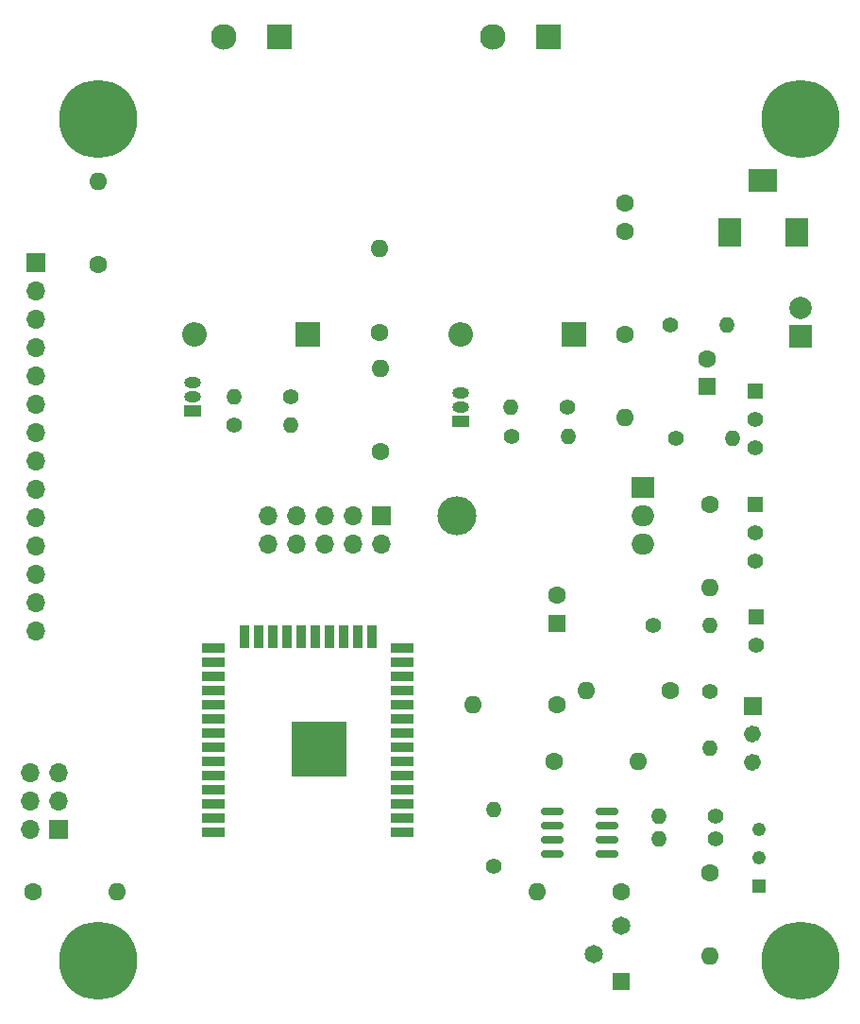
<source format=gbr>
%TF.GenerationSoftware,KiCad,Pcbnew,(6.0.2)*%
%TF.CreationDate,2022-03-14T20:10:21-04:00*%
%TF.ProjectId,Sedna_Hardware,5365646e-615f-4486-9172-64776172652e,1*%
%TF.SameCoordinates,Original*%
%TF.FileFunction,Soldermask,Top*%
%TF.FilePolarity,Negative*%
%FSLAX46Y46*%
G04 Gerber Fmt 4.6, Leading zero omitted, Abs format (unit mm)*
G04 Created by KiCad (PCBNEW (6.0.2)) date 2022-03-14 20:10:21*
%MOMM*%
%LPD*%
G01*
G04 APERTURE LIST*
G04 Aperture macros list*
%AMRoundRect*
0 Rectangle with rounded corners*
0 $1 Rounding radius*
0 $2 $3 $4 $5 $6 $7 $8 $9 X,Y pos of 4 corners*
0 Add a 4 corners polygon primitive as box body*
4,1,4,$2,$3,$4,$5,$6,$7,$8,$9,$2,$3,0*
0 Add four circle primitives for the rounded corners*
1,1,$1+$1,$2,$3*
1,1,$1+$1,$4,$5*
1,1,$1+$1,$6,$7*
1,1,$1+$1,$8,$9*
0 Add four rect primitives between the rounded corners*
20,1,$1+$1,$2,$3,$4,$5,0*
20,1,$1+$1,$4,$5,$6,$7,0*
20,1,$1+$1,$6,$7,$8,$9,0*
20,1,$1+$1,$8,$9,$2,$3,0*%
G04 Aperture macros list end*
%ADD10C,0.796200*%
%ADD11C,0.010000*%
%ADD12R,1.240000X1.240000*%
%ADD13C,1.240000*%
%ADD14C,1.600000*%
%ADD15O,1.600000X1.600000*%
%ADD16R,1.398000X1.398000*%
%ADD17C,1.398000*%
%ADD18R,1.600000X1.600000*%
%ADD19C,1.400000*%
%ADD20O,1.400000X1.400000*%
%ADD21C,7.000000*%
%ADD22R,2.200000X2.200000*%
%ADD23O,2.200000X2.200000*%
%ADD24R,2.000000X0.900000*%
%ADD25R,0.900000X2.000000*%
%ADD26R,5.000000X5.000000*%
%ADD27R,2.000000X2.000000*%
%ADD28C,2.000000*%
%ADD29R,2.300000X2.300000*%
%ADD30C,2.300000*%
%ADD31R,1.700000X1.700000*%
%ADD32O,1.700000X1.700000*%
%ADD33R,1.650000X1.650000*%
%ADD34C,1.650000*%
%ADD35RoundRect,0.150000X0.825000X0.150000X-0.825000X0.150000X-0.825000X-0.150000X0.825000X-0.150000X0*%
%ADD36R,2.000000X2.600000*%
%ADD37R,2.600000X2.000000*%
%ADD38R,1.500000X1.000000*%
%ADD39O,1.500000X1.000000*%
%ADD40O,3.500000X3.500000*%
%ADD41R,2.000000X1.905000*%
%ADD42O,2.000000X1.905000*%
G04 APERTURE END LIST*
D10*
%TO.C,J10*%
X174901500Y-124740200D02*
G75*
G03*
X174901500Y-124740200I-398100J0D01*
G01*
X174901500Y-122200200D02*
G75*
G03*
X174901500Y-122200200I-398100J0D01*
G01*
D11*
X173707200Y-120456400D02*
X173707200Y-118864000D01*
X173707200Y-118864000D02*
X175299600Y-118864000D01*
X175299600Y-118864000D02*
X175299600Y-120456400D01*
X175299600Y-120456400D02*
X173707200Y-120456400D01*
G36*
X175299600Y-120456400D02*
G01*
X173707200Y-120456400D01*
X173707200Y-118864000D01*
X175299600Y-118864000D01*
X175299600Y-120456400D01*
G37*
X175299600Y-120456400D02*
X173707200Y-120456400D01*
X173707200Y-118864000D01*
X175299600Y-118864000D01*
X175299600Y-120456400D01*
%TD*%
D12*
%TO.C,J6*%
X175075000Y-135856500D03*
D13*
X175075000Y-133316500D03*
X175075000Y-130776500D03*
%TD*%
D14*
%TO.C,C5*%
X163048000Y-86370000D03*
D15*
X163048000Y-93870000D03*
%TD*%
D16*
%TO.C,J9*%
X174780500Y-91440000D03*
D17*
X174780500Y-93980000D03*
X174780500Y-96520000D03*
%TD*%
D18*
%TO.C,C2*%
X156977000Y-112268000D03*
D14*
X156977000Y-109768000D03*
%TD*%
D19*
%TO.C,R3*%
X128021000Y-94488000D03*
D20*
X133101000Y-94488000D03*
%TD*%
D14*
%TO.C,C7*%
X141125000Y-96925000D03*
D15*
X141125000Y-89425000D03*
%TD*%
D21*
%TO.C,H3*%
X178821000Y-142511755D03*
%TD*%
D19*
%TO.C,R7*%
X151300000Y-134090000D03*
D20*
X151300000Y-129010000D03*
%TD*%
D14*
%TO.C,C6*%
X141050000Y-86225000D03*
D15*
X141050000Y-78725000D03*
%TD*%
D14*
%TO.C,C10*%
X170668000Y-134630000D03*
D15*
X170668000Y-142130000D03*
%TD*%
D21*
%TO.C,H4*%
X115829000Y-142511762D03*
%TD*%
D14*
%TO.C,C1*%
X163048000Y-77146000D03*
X163048000Y-74646000D03*
%TD*%
D22*
%TO.C,D3*%
X134657004Y-86360000D03*
D23*
X124497004Y-86360000D03*
%TD*%
D24*
%TO.C,U2*%
X143125000Y-131021000D03*
X143125000Y-129751000D03*
X143125000Y-128481000D03*
X143125000Y-127211000D03*
X143125000Y-125941000D03*
X143125000Y-124671000D03*
X143125000Y-123401000D03*
X143125000Y-122131000D03*
X143125000Y-120861000D03*
X143125000Y-119591000D03*
X143125000Y-118321000D03*
X143125000Y-117051000D03*
X143125000Y-115781000D03*
X143125000Y-114511000D03*
D25*
X140340000Y-113511000D03*
X139070000Y-113511000D03*
X137800000Y-113511000D03*
X136530000Y-113511000D03*
X135260000Y-113511000D03*
X133990000Y-113511000D03*
X132720000Y-113511000D03*
X131450000Y-113511000D03*
X130180000Y-113511000D03*
X128910000Y-113511000D03*
D24*
X126125000Y-114511000D03*
X126125000Y-115781000D03*
X126125000Y-117051000D03*
X126125000Y-118321000D03*
X126125000Y-119591000D03*
X126125000Y-120861000D03*
X126125000Y-122131000D03*
X126125000Y-123401000D03*
X126125000Y-124671000D03*
X126125000Y-125941000D03*
X126125000Y-127211000D03*
X126125000Y-128481000D03*
X126125000Y-129751000D03*
X126125000Y-131021000D03*
D26*
X135625000Y-123521000D03*
%TD*%
D22*
%TO.C,D2*%
X158501000Y-86360000D03*
D23*
X148341000Y-86360000D03*
%TD*%
D19*
%TO.C,R8*%
X171176000Y-131572000D03*
D20*
X166096000Y-131572000D03*
%TD*%
D14*
%TO.C,C4*%
X167125000Y-118325000D03*
D15*
X159625000Y-118325000D03*
%TD*%
D27*
%TO.C,D1*%
X178796000Y-86564000D03*
D28*
X178796000Y-84024000D03*
%TD*%
D21*
%TO.C,H1*%
X115829000Y-67056000D03*
%TD*%
D19*
%TO.C,R11*%
X165588000Y-112472000D03*
D20*
X170668000Y-112472000D03*
%TD*%
D14*
%TO.C,C9*%
X110022000Y-136348000D03*
D15*
X117522000Y-136348000D03*
%TD*%
D16*
%TO.C,J5*%
X174780500Y-101600000D03*
D17*
X174780500Y-104140000D03*
X174780500Y-106680000D03*
%TD*%
D29*
%TO.C,J8*%
X132050003Y-59700008D03*
D30*
X127050003Y-59700008D03*
%TD*%
D16*
%TO.C,J11*%
X174807500Y-111710000D03*
D17*
X174807500Y-114250000D03*
%TD*%
D19*
%TO.C,R10*%
X170668000Y-118364000D03*
D20*
X170668000Y-123444000D03*
%TD*%
D19*
%TO.C,R1*%
X167112000Y-85548000D03*
D20*
X172192000Y-85548000D03*
%TD*%
D31*
%TO.C,J4*%
X112248000Y-130760000D03*
D32*
X109708000Y-130760000D03*
X112248000Y-128220000D03*
X109708000Y-128220000D03*
X112248000Y-125680000D03*
X109708000Y-125680000D03*
%TD*%
D14*
%TO.C,C3*%
X156937000Y-119584000D03*
D15*
X149437000Y-119584000D03*
%TD*%
D33*
%TO.C,RV1*%
X162733800Y-144410600D03*
D34*
X160233800Y-141910600D03*
X162733800Y-139410600D03*
%TD*%
D18*
%TO.C,C12*%
X170450000Y-91055113D03*
D14*
X170450000Y-88555113D03*
%TD*%
D31*
%TO.C,J2*%
X141224000Y-102616000D03*
D32*
X141224000Y-105156000D03*
X138684000Y-102616000D03*
X138684000Y-105156000D03*
X136144000Y-102616000D03*
X136144000Y-105156000D03*
X133604000Y-102616000D03*
X133604000Y-105156000D03*
X131064000Y-102616000D03*
X131064000Y-105156000D03*
%TD*%
D14*
%TO.C,C14*%
X170668000Y-101610000D03*
D15*
X170668000Y-109110000D03*
%TD*%
D35*
%TO.C,U3*%
X161484000Y-132969000D03*
X161484000Y-131699000D03*
X161484000Y-130429000D03*
X161484000Y-129159000D03*
X156534000Y-129159000D03*
X156534000Y-130429000D03*
X156534000Y-131699000D03*
X156534000Y-132969000D03*
%TD*%
D31*
%TO.C,J3*%
X110216000Y-79960000D03*
D32*
X110216000Y-82500000D03*
X110216000Y-85040000D03*
X110216000Y-87580000D03*
X110216000Y-90120000D03*
X110216000Y-92660000D03*
X110216000Y-95200000D03*
X110216000Y-97740000D03*
X110216000Y-100280000D03*
X110216000Y-102820000D03*
X110216000Y-105360000D03*
X110216000Y-107900000D03*
X110216000Y-110440000D03*
X110216000Y-112980000D03*
%TD*%
D36*
%TO.C,J1*%
X172466000Y-77258000D03*
X178466000Y-77258000D03*
D37*
X175466000Y-72558000D03*
%TD*%
D38*
%TO.C,Q1*%
X148375000Y-94170000D03*
D39*
X148375000Y-92900000D03*
X148375000Y-91630000D03*
%TD*%
D19*
%TO.C,R4*%
X157940000Y-92900000D03*
D20*
X152860000Y-92900000D03*
%TD*%
D14*
%TO.C,C11*%
X115804000Y-80154000D03*
D15*
X115804000Y-72654000D03*
%TD*%
D14*
%TO.C,C8*%
X162734000Y-136348000D03*
D15*
X155234000Y-136348000D03*
%TD*%
D14*
%TO.C,C13*%
X156758000Y-124664000D03*
D15*
X164258000Y-124664000D03*
%TD*%
D40*
%TO.C,U1*%
X148023000Y-102616000D03*
D41*
X164683000Y-100076000D03*
D42*
X164683000Y-102616000D03*
X164683000Y-105156000D03*
%TD*%
D21*
%TO.C,H2*%
X178821000Y-67056000D03*
%TD*%
D19*
%TO.C,R5*%
X133101000Y-91948000D03*
D20*
X128021000Y-91948000D03*
%TD*%
D38*
%TO.C,Q2*%
X124332000Y-93218000D03*
D39*
X124332000Y-91948000D03*
X124332000Y-90678000D03*
%TD*%
D19*
%TO.C,R2*%
X152913000Y-95504000D03*
D20*
X157993000Y-95504000D03*
%TD*%
D19*
%TO.C,R9*%
X167620000Y-95708000D03*
D20*
X172700000Y-95708000D03*
%TD*%
D29*
%TO.C,J7*%
X156200000Y-59750000D03*
D30*
X151200000Y-59750000D03*
%TD*%
D19*
%TO.C,R6*%
X171201000Y-129540000D03*
D20*
X166121000Y-129540000D03*
%TD*%
M02*

</source>
